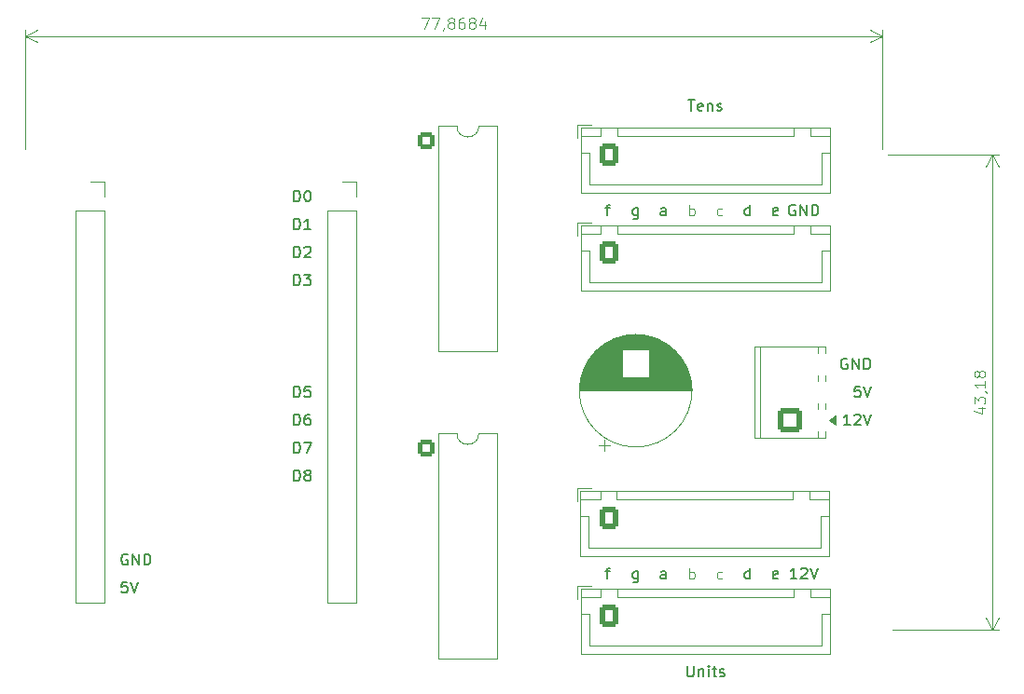
<source format=gto>
G04 #@! TF.GenerationSoftware,KiCad,Pcbnew,9.0.1*
G04 #@! TF.CreationDate,2025-05-08T00:01:32-03:00*
G04 #@! TF.ProjectId,Controlador,436f6e74-726f-46c6-9164-6f722e6b6963,rev?*
G04 #@! TF.SameCoordinates,Original*
G04 #@! TF.FileFunction,Legend,Top*
G04 #@! TF.FilePolarity,Positive*
%FSLAX46Y46*%
G04 Gerber Fmt 4.6, Leading zero omitted, Abs format (unit mm)*
G04 Created by KiCad (PCBNEW 9.0.1) date 2025-05-08 00:01:32*
%MOMM*%
%LPD*%
G01*
G04 APERTURE LIST*
G04 Aperture macros list*
%AMRoundRect*
0 Rectangle with rounded corners*
0 $1 Rounding radius*
0 $2 $3 $4 $5 $6 $7 $8 $9 X,Y pos of 4 corners*
0 Add a 4 corners polygon primitive as box body*
4,1,4,$2,$3,$4,$5,$6,$7,$8,$9,$2,$3,0*
0 Add four circle primitives for the rounded corners*
1,1,$1+$1,$2,$3*
1,1,$1+$1,$4,$5*
1,1,$1+$1,$6,$7*
1,1,$1+$1,$8,$9*
0 Add four rect primitives between the rounded corners*
20,1,$1+$1,$2,$3,$4,$5,0*
20,1,$1+$1,$4,$5,$6,$7,0*
20,1,$1+$1,$6,$7,$8,$9,0*
20,1,$1+$1,$8,$9,$2,$3,0*%
G04 Aperture macros list end*
%ADD10C,0.150000*%
%ADD11C,0.125000*%
%ADD12C,0.100000*%
%ADD13C,0.120000*%
%ADD14C,3.000000*%
%ADD15RoundRect,0.250000X-0.600000X-0.725000X0.600000X-0.725000X0.600000X0.725000X-0.600000X0.725000X0*%
%ADD16O,1.700000X1.950000*%
%ADD17C,1.100000*%
%ADD18RoundRect,0.249999X0.850001X-0.850001X0.850001X0.850001X-0.850001X0.850001X-0.850001X-0.850001X0*%
%ADD19C,2.200000*%
%ADD20R,2.000000X2.000000*%
%ADD21C,2.000000*%
%ADD22R,1.700000X1.700000*%
%ADD23C,1.700000*%
%ADD24RoundRect,0.250000X-0.550000X-0.550000X0.550000X-0.550000X0.550000X0.550000X-0.550000X0.550000X0*%
%ADD25C,1.600000*%
G04 APERTURE END LIST*
D10*
X28800588Y-61732438D02*
X28705350Y-61684819D01*
X28705350Y-61684819D02*
X28562493Y-61684819D01*
X28562493Y-61684819D02*
X28419636Y-61732438D01*
X28419636Y-61732438D02*
X28324398Y-61827676D01*
X28324398Y-61827676D02*
X28276779Y-61922914D01*
X28276779Y-61922914D02*
X28229160Y-62113390D01*
X28229160Y-62113390D02*
X28229160Y-62256247D01*
X28229160Y-62256247D02*
X28276779Y-62446723D01*
X28276779Y-62446723D02*
X28324398Y-62541961D01*
X28324398Y-62541961D02*
X28419636Y-62637200D01*
X28419636Y-62637200D02*
X28562493Y-62684819D01*
X28562493Y-62684819D02*
X28657731Y-62684819D01*
X28657731Y-62684819D02*
X28800588Y-62637200D01*
X28800588Y-62637200D02*
X28848207Y-62589580D01*
X28848207Y-62589580D02*
X28848207Y-62256247D01*
X28848207Y-62256247D02*
X28657731Y-62256247D01*
X29276779Y-62684819D02*
X29276779Y-61684819D01*
X29276779Y-61684819D02*
X29848207Y-62684819D01*
X29848207Y-62684819D02*
X29848207Y-61684819D01*
X30324398Y-62684819D02*
X30324398Y-61684819D01*
X30324398Y-61684819D02*
X30562493Y-61684819D01*
X30562493Y-61684819D02*
X30705350Y-61732438D01*
X30705350Y-61732438D02*
X30800588Y-61827676D01*
X30800588Y-61827676D02*
X30848207Y-61922914D01*
X30848207Y-61922914D02*
X30895826Y-62113390D01*
X30895826Y-62113390D02*
X30895826Y-62256247D01*
X30895826Y-62256247D02*
X30848207Y-62446723D01*
X30848207Y-62446723D02*
X30800588Y-62541961D01*
X30800588Y-62541961D02*
X30705350Y-62637200D01*
X30705350Y-62637200D02*
X30562493Y-62684819D01*
X30562493Y-62684819D02*
X30324398Y-62684819D01*
X94421315Y-49984819D02*
X93849887Y-49984819D01*
X94135601Y-49984819D02*
X94135601Y-48984819D01*
X94135601Y-48984819D02*
X94040363Y-49127676D01*
X94040363Y-49127676D02*
X93945125Y-49222914D01*
X93945125Y-49222914D02*
X93849887Y-49270533D01*
X94802268Y-49080057D02*
X94849887Y-49032438D01*
X94849887Y-49032438D02*
X94945125Y-48984819D01*
X94945125Y-48984819D02*
X95183220Y-48984819D01*
X95183220Y-48984819D02*
X95278458Y-49032438D01*
X95278458Y-49032438D02*
X95326077Y-49080057D01*
X95326077Y-49080057D02*
X95373696Y-49175295D01*
X95373696Y-49175295D02*
X95373696Y-49270533D01*
X95373696Y-49270533D02*
X95326077Y-49413390D01*
X95326077Y-49413390D02*
X94754649Y-49984819D01*
X94754649Y-49984819D02*
X95373696Y-49984819D01*
X95659411Y-48984819D02*
X95992744Y-49984819D01*
X95992744Y-49984819D02*
X96326077Y-48984819D01*
D11*
X79795714Y-63956119D02*
X79795714Y-62956119D01*
X79795714Y-63337071D02*
X79890952Y-63289452D01*
X79890952Y-63289452D02*
X80081428Y-63289452D01*
X80081428Y-63289452D02*
X80176666Y-63337071D01*
X80176666Y-63337071D02*
X80224285Y-63384690D01*
X80224285Y-63384690D02*
X80271904Y-63479928D01*
X80271904Y-63479928D02*
X80271904Y-63765642D01*
X80271904Y-63765642D02*
X80224285Y-63860880D01*
X80224285Y-63860880D02*
X80176666Y-63908500D01*
X80176666Y-63908500D02*
X80081428Y-63956119D01*
X80081428Y-63956119D02*
X79890952Y-63956119D01*
X79890952Y-63956119D02*
X79795714Y-63908500D01*
D10*
X28752969Y-64224819D02*
X28276779Y-64224819D01*
X28276779Y-64224819D02*
X28229160Y-64701009D01*
X28229160Y-64701009D02*
X28276779Y-64653390D01*
X28276779Y-64653390D02*
X28372017Y-64605771D01*
X28372017Y-64605771D02*
X28610112Y-64605771D01*
X28610112Y-64605771D02*
X28705350Y-64653390D01*
X28705350Y-64653390D02*
X28752969Y-64701009D01*
X28752969Y-64701009D02*
X28800588Y-64796247D01*
X28800588Y-64796247D02*
X28800588Y-65034342D01*
X28800588Y-65034342D02*
X28752969Y-65129580D01*
X28752969Y-65129580D02*
X28705350Y-65177200D01*
X28705350Y-65177200D02*
X28610112Y-65224819D01*
X28610112Y-65224819D02*
X28372017Y-65224819D01*
X28372017Y-65224819D02*
X28276779Y-65177200D01*
X28276779Y-65177200D02*
X28229160Y-65129580D01*
X29086303Y-64224819D02*
X29419636Y-65224819D01*
X29419636Y-65224819D02*
X29752969Y-64224819D01*
X87820476Y-63907200D02*
X87725238Y-63954819D01*
X87725238Y-63954819D02*
X87534762Y-63954819D01*
X87534762Y-63954819D02*
X87439524Y-63907200D01*
X87439524Y-63907200D02*
X87391905Y-63811961D01*
X87391905Y-63811961D02*
X87391905Y-63431009D01*
X87391905Y-63431009D02*
X87439524Y-63335771D01*
X87439524Y-63335771D02*
X87534762Y-63288152D01*
X87534762Y-63288152D02*
X87725238Y-63288152D01*
X87725238Y-63288152D02*
X87820476Y-63335771D01*
X87820476Y-63335771D02*
X87868095Y-63431009D01*
X87868095Y-63431009D02*
X87868095Y-63526247D01*
X87868095Y-63526247D02*
X87391905Y-63621485D01*
X89408095Y-29982438D02*
X89312857Y-29934819D01*
X89312857Y-29934819D02*
X89170000Y-29934819D01*
X89170000Y-29934819D02*
X89027143Y-29982438D01*
X89027143Y-29982438D02*
X88931905Y-30077676D01*
X88931905Y-30077676D02*
X88884286Y-30172914D01*
X88884286Y-30172914D02*
X88836667Y-30363390D01*
X88836667Y-30363390D02*
X88836667Y-30506247D01*
X88836667Y-30506247D02*
X88884286Y-30696723D01*
X88884286Y-30696723D02*
X88931905Y-30791961D01*
X88931905Y-30791961D02*
X89027143Y-30887200D01*
X89027143Y-30887200D02*
X89170000Y-30934819D01*
X89170000Y-30934819D02*
X89265238Y-30934819D01*
X89265238Y-30934819D02*
X89408095Y-30887200D01*
X89408095Y-30887200D02*
X89455714Y-30839580D01*
X89455714Y-30839580D02*
X89455714Y-30506247D01*
X89455714Y-30506247D02*
X89265238Y-30506247D01*
X89884286Y-30934819D02*
X89884286Y-29934819D01*
X89884286Y-29934819D02*
X90455714Y-30934819D01*
X90455714Y-30934819D02*
X90455714Y-29934819D01*
X90931905Y-30934819D02*
X90931905Y-29934819D01*
X90931905Y-29934819D02*
X91170000Y-29934819D01*
X91170000Y-29934819D02*
X91312857Y-29982438D01*
X91312857Y-29982438D02*
X91408095Y-30077676D01*
X91408095Y-30077676D02*
X91455714Y-30172914D01*
X91455714Y-30172914D02*
X91503333Y-30363390D01*
X91503333Y-30363390D02*
X91503333Y-30506247D01*
X91503333Y-30506247D02*
X91455714Y-30696723D01*
X91455714Y-30696723D02*
X91408095Y-30791961D01*
X91408095Y-30791961D02*
X91312857Y-30887200D01*
X91312857Y-30887200D02*
X91170000Y-30934819D01*
X91170000Y-30934819D02*
X90931905Y-30934819D01*
X79708571Y-20409819D02*
X80279999Y-20409819D01*
X79994285Y-21409819D02*
X79994285Y-20409819D01*
X80994285Y-21362200D02*
X80899047Y-21409819D01*
X80899047Y-21409819D02*
X80708571Y-21409819D01*
X80708571Y-21409819D02*
X80613333Y-21362200D01*
X80613333Y-21362200D02*
X80565714Y-21266961D01*
X80565714Y-21266961D02*
X80565714Y-20886009D01*
X80565714Y-20886009D02*
X80613333Y-20790771D01*
X80613333Y-20790771D02*
X80708571Y-20743152D01*
X80708571Y-20743152D02*
X80899047Y-20743152D01*
X80899047Y-20743152D02*
X80994285Y-20790771D01*
X80994285Y-20790771D02*
X81041904Y-20886009D01*
X81041904Y-20886009D02*
X81041904Y-20981247D01*
X81041904Y-20981247D02*
X80565714Y-21076485D01*
X81470476Y-20743152D02*
X81470476Y-21409819D01*
X81470476Y-20838390D02*
X81518095Y-20790771D01*
X81518095Y-20790771D02*
X81613333Y-20743152D01*
X81613333Y-20743152D02*
X81756190Y-20743152D01*
X81756190Y-20743152D02*
X81851428Y-20790771D01*
X81851428Y-20790771D02*
X81899047Y-20886009D01*
X81899047Y-20886009D02*
X81899047Y-21409819D01*
X82327619Y-21362200D02*
X82422857Y-21409819D01*
X82422857Y-21409819D02*
X82613333Y-21409819D01*
X82613333Y-21409819D02*
X82708571Y-21362200D01*
X82708571Y-21362200D02*
X82756190Y-21266961D01*
X82756190Y-21266961D02*
X82756190Y-21219342D01*
X82756190Y-21219342D02*
X82708571Y-21124104D01*
X82708571Y-21124104D02*
X82613333Y-21076485D01*
X82613333Y-21076485D02*
X82470476Y-21076485D01*
X82470476Y-21076485D02*
X82375238Y-21028866D01*
X82375238Y-21028866D02*
X82327619Y-20933628D01*
X82327619Y-20933628D02*
X82327619Y-20886009D01*
X82327619Y-20886009D02*
X82375238Y-20790771D01*
X82375238Y-20790771D02*
X82470476Y-20743152D01*
X82470476Y-20743152D02*
X82613333Y-20743152D01*
X82613333Y-20743152D02*
X82708571Y-20790771D01*
X85304285Y-30934819D02*
X85304285Y-29934819D01*
X85304285Y-30887200D02*
X85209047Y-30934819D01*
X85209047Y-30934819D02*
X85018571Y-30934819D01*
X85018571Y-30934819D02*
X84923333Y-30887200D01*
X84923333Y-30887200D02*
X84875714Y-30839580D01*
X84875714Y-30839580D02*
X84828095Y-30744342D01*
X84828095Y-30744342D02*
X84828095Y-30458628D01*
X84828095Y-30458628D02*
X84875714Y-30363390D01*
X84875714Y-30363390D02*
X84923333Y-30315771D01*
X84923333Y-30315771D02*
X85018571Y-30268152D01*
X85018571Y-30268152D02*
X85209047Y-30268152D01*
X85209047Y-30268152D02*
X85304285Y-30315771D01*
X43907030Y-34744819D02*
X43907030Y-33744819D01*
X43907030Y-33744819D02*
X44145125Y-33744819D01*
X44145125Y-33744819D02*
X44287982Y-33792438D01*
X44287982Y-33792438D02*
X44383220Y-33887676D01*
X44383220Y-33887676D02*
X44430839Y-33982914D01*
X44430839Y-33982914D02*
X44478458Y-34173390D01*
X44478458Y-34173390D02*
X44478458Y-34316247D01*
X44478458Y-34316247D02*
X44430839Y-34506723D01*
X44430839Y-34506723D02*
X44383220Y-34601961D01*
X44383220Y-34601961D02*
X44287982Y-34697200D01*
X44287982Y-34697200D02*
X44145125Y-34744819D01*
X44145125Y-34744819D02*
X43907030Y-34744819D01*
X44859411Y-33840057D02*
X44907030Y-33792438D01*
X44907030Y-33792438D02*
X45002268Y-33744819D01*
X45002268Y-33744819D02*
X45240363Y-33744819D01*
X45240363Y-33744819D02*
X45335601Y-33792438D01*
X45335601Y-33792438D02*
X45383220Y-33840057D01*
X45383220Y-33840057D02*
X45430839Y-33935295D01*
X45430839Y-33935295D02*
X45430839Y-34030533D01*
X45430839Y-34030533D02*
X45383220Y-34173390D01*
X45383220Y-34173390D02*
X44811792Y-34744819D01*
X44811792Y-34744819D02*
X45430839Y-34744819D01*
X85304285Y-63954819D02*
X85304285Y-62954819D01*
X85304285Y-63907200D02*
X85209047Y-63954819D01*
X85209047Y-63954819D02*
X85018571Y-63954819D01*
X85018571Y-63954819D02*
X84923333Y-63907200D01*
X84923333Y-63907200D02*
X84875714Y-63859580D01*
X84875714Y-63859580D02*
X84828095Y-63764342D01*
X84828095Y-63764342D02*
X84828095Y-63478628D01*
X84828095Y-63478628D02*
X84875714Y-63383390D01*
X84875714Y-63383390D02*
X84923333Y-63335771D01*
X84923333Y-63335771D02*
X85018571Y-63288152D01*
X85018571Y-63288152D02*
X85209047Y-63288152D01*
X85209047Y-63288152D02*
X85304285Y-63335771D01*
D11*
X82788095Y-63908500D02*
X82692857Y-63956119D01*
X82692857Y-63956119D02*
X82502381Y-63956119D01*
X82502381Y-63956119D02*
X82407143Y-63908500D01*
X82407143Y-63908500D02*
X82359524Y-63860880D01*
X82359524Y-63860880D02*
X82311905Y-63765642D01*
X82311905Y-63765642D02*
X82311905Y-63479928D01*
X82311905Y-63479928D02*
X82359524Y-63384690D01*
X82359524Y-63384690D02*
X82407143Y-63337071D01*
X82407143Y-63337071D02*
X82502381Y-63289452D01*
X82502381Y-63289452D02*
X82692857Y-63289452D01*
X82692857Y-63289452D02*
X82788095Y-63337071D01*
D10*
X43907030Y-32204819D02*
X43907030Y-31204819D01*
X43907030Y-31204819D02*
X44145125Y-31204819D01*
X44145125Y-31204819D02*
X44287982Y-31252438D01*
X44287982Y-31252438D02*
X44383220Y-31347676D01*
X44383220Y-31347676D02*
X44430839Y-31442914D01*
X44430839Y-31442914D02*
X44478458Y-31633390D01*
X44478458Y-31633390D02*
X44478458Y-31776247D01*
X44478458Y-31776247D02*
X44430839Y-31966723D01*
X44430839Y-31966723D02*
X44383220Y-32061961D01*
X44383220Y-32061961D02*
X44287982Y-32157200D01*
X44287982Y-32157200D02*
X44145125Y-32204819D01*
X44145125Y-32204819D02*
X43907030Y-32204819D01*
X45430839Y-32204819D02*
X44859411Y-32204819D01*
X45145125Y-32204819D02*
X45145125Y-31204819D01*
X45145125Y-31204819D02*
X45049887Y-31347676D01*
X45049887Y-31347676D02*
X44954649Y-31442914D01*
X44954649Y-31442914D02*
X44859411Y-31490533D01*
X43907030Y-47444819D02*
X43907030Y-46444819D01*
X43907030Y-46444819D02*
X44145125Y-46444819D01*
X44145125Y-46444819D02*
X44287982Y-46492438D01*
X44287982Y-46492438D02*
X44383220Y-46587676D01*
X44383220Y-46587676D02*
X44430839Y-46682914D01*
X44430839Y-46682914D02*
X44478458Y-46873390D01*
X44478458Y-46873390D02*
X44478458Y-47016247D01*
X44478458Y-47016247D02*
X44430839Y-47206723D01*
X44430839Y-47206723D02*
X44383220Y-47301961D01*
X44383220Y-47301961D02*
X44287982Y-47397200D01*
X44287982Y-47397200D02*
X44145125Y-47444819D01*
X44145125Y-47444819D02*
X43907030Y-47444819D01*
X45383220Y-46444819D02*
X44907030Y-46444819D01*
X44907030Y-46444819D02*
X44859411Y-46921009D01*
X44859411Y-46921009D02*
X44907030Y-46873390D01*
X44907030Y-46873390D02*
X45002268Y-46825771D01*
X45002268Y-46825771D02*
X45240363Y-46825771D01*
X45240363Y-46825771D02*
X45335601Y-46873390D01*
X45335601Y-46873390D02*
X45383220Y-46921009D01*
X45383220Y-46921009D02*
X45430839Y-47016247D01*
X45430839Y-47016247D02*
X45430839Y-47254342D01*
X45430839Y-47254342D02*
X45383220Y-47349580D01*
X45383220Y-47349580D02*
X45335601Y-47397200D01*
X45335601Y-47397200D02*
X45240363Y-47444819D01*
X45240363Y-47444819D02*
X45002268Y-47444819D01*
X45002268Y-47444819D02*
X44907030Y-47397200D01*
X44907030Y-47397200D02*
X44859411Y-47349580D01*
X75144285Y-63288152D02*
X75144285Y-64097676D01*
X75144285Y-64097676D02*
X75096666Y-64192914D01*
X75096666Y-64192914D02*
X75049047Y-64240533D01*
X75049047Y-64240533D02*
X74953809Y-64288152D01*
X74953809Y-64288152D02*
X74810952Y-64288152D01*
X74810952Y-64288152D02*
X74715714Y-64240533D01*
X75144285Y-63907200D02*
X75049047Y-63954819D01*
X75049047Y-63954819D02*
X74858571Y-63954819D01*
X74858571Y-63954819D02*
X74763333Y-63907200D01*
X74763333Y-63907200D02*
X74715714Y-63859580D01*
X74715714Y-63859580D02*
X74668095Y-63764342D01*
X74668095Y-63764342D02*
X74668095Y-63478628D01*
X74668095Y-63478628D02*
X74715714Y-63383390D01*
X74715714Y-63383390D02*
X74763333Y-63335771D01*
X74763333Y-63335771D02*
X74858571Y-63288152D01*
X74858571Y-63288152D02*
X75049047Y-63288152D01*
X75049047Y-63288152D02*
X75144285Y-63335771D01*
X72199524Y-63288152D02*
X72580476Y-63288152D01*
X72342381Y-63954819D02*
X72342381Y-63097676D01*
X72342381Y-63097676D02*
X72390000Y-63002438D01*
X72390000Y-63002438D02*
X72485238Y-62954819D01*
X72485238Y-62954819D02*
X72580476Y-62954819D01*
D11*
X79795714Y-30936119D02*
X79795714Y-29936119D01*
X79795714Y-30317071D02*
X79890952Y-30269452D01*
X79890952Y-30269452D02*
X80081428Y-30269452D01*
X80081428Y-30269452D02*
X80176666Y-30317071D01*
X80176666Y-30317071D02*
X80224285Y-30364690D01*
X80224285Y-30364690D02*
X80271904Y-30459928D01*
X80271904Y-30459928D02*
X80271904Y-30745642D01*
X80271904Y-30745642D02*
X80224285Y-30840880D01*
X80224285Y-30840880D02*
X80176666Y-30888500D01*
X80176666Y-30888500D02*
X80081428Y-30936119D01*
X80081428Y-30936119D02*
X79890952Y-30936119D01*
X79890952Y-30936119D02*
X79795714Y-30888500D01*
D10*
X43907030Y-49984819D02*
X43907030Y-48984819D01*
X43907030Y-48984819D02*
X44145125Y-48984819D01*
X44145125Y-48984819D02*
X44287982Y-49032438D01*
X44287982Y-49032438D02*
X44383220Y-49127676D01*
X44383220Y-49127676D02*
X44430839Y-49222914D01*
X44430839Y-49222914D02*
X44478458Y-49413390D01*
X44478458Y-49413390D02*
X44478458Y-49556247D01*
X44478458Y-49556247D02*
X44430839Y-49746723D01*
X44430839Y-49746723D02*
X44383220Y-49841961D01*
X44383220Y-49841961D02*
X44287982Y-49937200D01*
X44287982Y-49937200D02*
X44145125Y-49984819D01*
X44145125Y-49984819D02*
X43907030Y-49984819D01*
X45335601Y-48984819D02*
X45145125Y-48984819D01*
X45145125Y-48984819D02*
X45049887Y-49032438D01*
X45049887Y-49032438D02*
X45002268Y-49080057D01*
X45002268Y-49080057D02*
X44907030Y-49222914D01*
X44907030Y-49222914D02*
X44859411Y-49413390D01*
X44859411Y-49413390D02*
X44859411Y-49794342D01*
X44859411Y-49794342D02*
X44907030Y-49889580D01*
X44907030Y-49889580D02*
X44954649Y-49937200D01*
X44954649Y-49937200D02*
X45049887Y-49984819D01*
X45049887Y-49984819D02*
X45240363Y-49984819D01*
X45240363Y-49984819D02*
X45335601Y-49937200D01*
X45335601Y-49937200D02*
X45383220Y-49889580D01*
X45383220Y-49889580D02*
X45430839Y-49794342D01*
X45430839Y-49794342D02*
X45430839Y-49556247D01*
X45430839Y-49556247D02*
X45383220Y-49461009D01*
X45383220Y-49461009D02*
X45335601Y-49413390D01*
X45335601Y-49413390D02*
X45240363Y-49365771D01*
X45240363Y-49365771D02*
X45049887Y-49365771D01*
X45049887Y-49365771D02*
X44954649Y-49413390D01*
X44954649Y-49413390D02*
X44907030Y-49461009D01*
X44907030Y-49461009D02*
X44859411Y-49556247D01*
X43907030Y-29664819D02*
X43907030Y-28664819D01*
X43907030Y-28664819D02*
X44145125Y-28664819D01*
X44145125Y-28664819D02*
X44287982Y-28712438D01*
X44287982Y-28712438D02*
X44383220Y-28807676D01*
X44383220Y-28807676D02*
X44430839Y-28902914D01*
X44430839Y-28902914D02*
X44478458Y-29093390D01*
X44478458Y-29093390D02*
X44478458Y-29236247D01*
X44478458Y-29236247D02*
X44430839Y-29426723D01*
X44430839Y-29426723D02*
X44383220Y-29521961D01*
X44383220Y-29521961D02*
X44287982Y-29617200D01*
X44287982Y-29617200D02*
X44145125Y-29664819D01*
X44145125Y-29664819D02*
X43907030Y-29664819D01*
X45097506Y-28664819D02*
X45192744Y-28664819D01*
X45192744Y-28664819D02*
X45287982Y-28712438D01*
X45287982Y-28712438D02*
X45335601Y-28760057D01*
X45335601Y-28760057D02*
X45383220Y-28855295D01*
X45383220Y-28855295D02*
X45430839Y-29045771D01*
X45430839Y-29045771D02*
X45430839Y-29283866D01*
X45430839Y-29283866D02*
X45383220Y-29474342D01*
X45383220Y-29474342D02*
X45335601Y-29569580D01*
X45335601Y-29569580D02*
X45287982Y-29617200D01*
X45287982Y-29617200D02*
X45192744Y-29664819D01*
X45192744Y-29664819D02*
X45097506Y-29664819D01*
X45097506Y-29664819D02*
X45002268Y-29617200D01*
X45002268Y-29617200D02*
X44954649Y-29569580D01*
X44954649Y-29569580D02*
X44907030Y-29474342D01*
X44907030Y-29474342D02*
X44859411Y-29283866D01*
X44859411Y-29283866D02*
X44859411Y-29045771D01*
X44859411Y-29045771D02*
X44907030Y-28855295D01*
X44907030Y-28855295D02*
X44954649Y-28760057D01*
X44954649Y-28760057D02*
X45002268Y-28712438D01*
X45002268Y-28712438D02*
X45097506Y-28664819D01*
X89550952Y-63954819D02*
X88979524Y-63954819D01*
X89265238Y-63954819D02*
X89265238Y-62954819D01*
X89265238Y-62954819D02*
X89170000Y-63097676D01*
X89170000Y-63097676D02*
X89074762Y-63192914D01*
X89074762Y-63192914D02*
X88979524Y-63240533D01*
X89931905Y-63050057D02*
X89979524Y-63002438D01*
X89979524Y-63002438D02*
X90074762Y-62954819D01*
X90074762Y-62954819D02*
X90312857Y-62954819D01*
X90312857Y-62954819D02*
X90408095Y-63002438D01*
X90408095Y-63002438D02*
X90455714Y-63050057D01*
X90455714Y-63050057D02*
X90503333Y-63145295D01*
X90503333Y-63145295D02*
X90503333Y-63240533D01*
X90503333Y-63240533D02*
X90455714Y-63383390D01*
X90455714Y-63383390D02*
X89884286Y-63954819D01*
X89884286Y-63954819D02*
X90503333Y-63954819D01*
X90789048Y-62954819D02*
X91122381Y-63954819D01*
X91122381Y-63954819D02*
X91455714Y-62954819D01*
X95326077Y-46444819D02*
X94849887Y-46444819D01*
X94849887Y-46444819D02*
X94802268Y-46921009D01*
X94802268Y-46921009D02*
X94849887Y-46873390D01*
X94849887Y-46873390D02*
X94945125Y-46825771D01*
X94945125Y-46825771D02*
X95183220Y-46825771D01*
X95183220Y-46825771D02*
X95278458Y-46873390D01*
X95278458Y-46873390D02*
X95326077Y-46921009D01*
X95326077Y-46921009D02*
X95373696Y-47016247D01*
X95373696Y-47016247D02*
X95373696Y-47254342D01*
X95373696Y-47254342D02*
X95326077Y-47349580D01*
X95326077Y-47349580D02*
X95278458Y-47397200D01*
X95278458Y-47397200D02*
X95183220Y-47444819D01*
X95183220Y-47444819D02*
X94945125Y-47444819D01*
X94945125Y-47444819D02*
X94849887Y-47397200D01*
X94849887Y-47397200D02*
X94802268Y-47349580D01*
X95659411Y-46444819D02*
X95992744Y-47444819D01*
X95992744Y-47444819D02*
X96326077Y-46444819D01*
X75144285Y-30268152D02*
X75144285Y-31077676D01*
X75144285Y-31077676D02*
X75096666Y-31172914D01*
X75096666Y-31172914D02*
X75049047Y-31220533D01*
X75049047Y-31220533D02*
X74953809Y-31268152D01*
X74953809Y-31268152D02*
X74810952Y-31268152D01*
X74810952Y-31268152D02*
X74715714Y-31220533D01*
X75144285Y-30887200D02*
X75049047Y-30934819D01*
X75049047Y-30934819D02*
X74858571Y-30934819D01*
X74858571Y-30934819D02*
X74763333Y-30887200D01*
X74763333Y-30887200D02*
X74715714Y-30839580D01*
X74715714Y-30839580D02*
X74668095Y-30744342D01*
X74668095Y-30744342D02*
X74668095Y-30458628D01*
X74668095Y-30458628D02*
X74715714Y-30363390D01*
X74715714Y-30363390D02*
X74763333Y-30315771D01*
X74763333Y-30315771D02*
X74858571Y-30268152D01*
X74858571Y-30268152D02*
X75049047Y-30268152D01*
X75049047Y-30268152D02*
X75144285Y-30315771D01*
X43907030Y-37284819D02*
X43907030Y-36284819D01*
X43907030Y-36284819D02*
X44145125Y-36284819D01*
X44145125Y-36284819D02*
X44287982Y-36332438D01*
X44287982Y-36332438D02*
X44383220Y-36427676D01*
X44383220Y-36427676D02*
X44430839Y-36522914D01*
X44430839Y-36522914D02*
X44478458Y-36713390D01*
X44478458Y-36713390D02*
X44478458Y-36856247D01*
X44478458Y-36856247D02*
X44430839Y-37046723D01*
X44430839Y-37046723D02*
X44383220Y-37141961D01*
X44383220Y-37141961D02*
X44287982Y-37237200D01*
X44287982Y-37237200D02*
X44145125Y-37284819D01*
X44145125Y-37284819D02*
X43907030Y-37284819D01*
X44811792Y-36284819D02*
X45430839Y-36284819D01*
X45430839Y-36284819D02*
X45097506Y-36665771D01*
X45097506Y-36665771D02*
X45240363Y-36665771D01*
X45240363Y-36665771D02*
X45335601Y-36713390D01*
X45335601Y-36713390D02*
X45383220Y-36761009D01*
X45383220Y-36761009D02*
X45430839Y-36856247D01*
X45430839Y-36856247D02*
X45430839Y-37094342D01*
X45430839Y-37094342D02*
X45383220Y-37189580D01*
X45383220Y-37189580D02*
X45335601Y-37237200D01*
X45335601Y-37237200D02*
X45240363Y-37284819D01*
X45240363Y-37284819D02*
X44954649Y-37284819D01*
X44954649Y-37284819D02*
X44859411Y-37237200D01*
X44859411Y-37237200D02*
X44811792Y-37189580D01*
X94135601Y-43952438D02*
X94040363Y-43904819D01*
X94040363Y-43904819D02*
X93897506Y-43904819D01*
X93897506Y-43904819D02*
X93754649Y-43952438D01*
X93754649Y-43952438D02*
X93659411Y-44047676D01*
X93659411Y-44047676D02*
X93611792Y-44142914D01*
X93611792Y-44142914D02*
X93564173Y-44333390D01*
X93564173Y-44333390D02*
X93564173Y-44476247D01*
X93564173Y-44476247D02*
X93611792Y-44666723D01*
X93611792Y-44666723D02*
X93659411Y-44761961D01*
X93659411Y-44761961D02*
X93754649Y-44857200D01*
X93754649Y-44857200D02*
X93897506Y-44904819D01*
X93897506Y-44904819D02*
X93992744Y-44904819D01*
X93992744Y-44904819D02*
X94135601Y-44857200D01*
X94135601Y-44857200D02*
X94183220Y-44809580D01*
X94183220Y-44809580D02*
X94183220Y-44476247D01*
X94183220Y-44476247D02*
X93992744Y-44476247D01*
X94611792Y-44904819D02*
X94611792Y-43904819D01*
X94611792Y-43904819D02*
X95183220Y-44904819D01*
X95183220Y-44904819D02*
X95183220Y-43904819D01*
X95659411Y-44904819D02*
X95659411Y-43904819D01*
X95659411Y-43904819D02*
X95897506Y-43904819D01*
X95897506Y-43904819D02*
X96040363Y-43952438D01*
X96040363Y-43952438D02*
X96135601Y-44047676D01*
X96135601Y-44047676D02*
X96183220Y-44142914D01*
X96183220Y-44142914D02*
X96230839Y-44333390D01*
X96230839Y-44333390D02*
X96230839Y-44476247D01*
X96230839Y-44476247D02*
X96183220Y-44666723D01*
X96183220Y-44666723D02*
X96135601Y-44761961D01*
X96135601Y-44761961D02*
X96040363Y-44857200D01*
X96040363Y-44857200D02*
X95897506Y-44904819D01*
X95897506Y-44904819D02*
X95659411Y-44904819D01*
X43907030Y-52524819D02*
X43907030Y-51524819D01*
X43907030Y-51524819D02*
X44145125Y-51524819D01*
X44145125Y-51524819D02*
X44287982Y-51572438D01*
X44287982Y-51572438D02*
X44383220Y-51667676D01*
X44383220Y-51667676D02*
X44430839Y-51762914D01*
X44430839Y-51762914D02*
X44478458Y-51953390D01*
X44478458Y-51953390D02*
X44478458Y-52096247D01*
X44478458Y-52096247D02*
X44430839Y-52286723D01*
X44430839Y-52286723D02*
X44383220Y-52381961D01*
X44383220Y-52381961D02*
X44287982Y-52477200D01*
X44287982Y-52477200D02*
X44145125Y-52524819D01*
X44145125Y-52524819D02*
X43907030Y-52524819D01*
X44811792Y-51524819D02*
X45478458Y-51524819D01*
X45478458Y-51524819D02*
X45049887Y-52524819D01*
X87820476Y-30887200D02*
X87725238Y-30934819D01*
X87725238Y-30934819D02*
X87534762Y-30934819D01*
X87534762Y-30934819D02*
X87439524Y-30887200D01*
X87439524Y-30887200D02*
X87391905Y-30791961D01*
X87391905Y-30791961D02*
X87391905Y-30411009D01*
X87391905Y-30411009D02*
X87439524Y-30315771D01*
X87439524Y-30315771D02*
X87534762Y-30268152D01*
X87534762Y-30268152D02*
X87725238Y-30268152D01*
X87725238Y-30268152D02*
X87820476Y-30315771D01*
X87820476Y-30315771D02*
X87868095Y-30411009D01*
X87868095Y-30411009D02*
X87868095Y-30506247D01*
X87868095Y-30506247D02*
X87391905Y-30601485D01*
X77684285Y-63954819D02*
X77684285Y-63431009D01*
X77684285Y-63431009D02*
X77636666Y-63335771D01*
X77636666Y-63335771D02*
X77541428Y-63288152D01*
X77541428Y-63288152D02*
X77350952Y-63288152D01*
X77350952Y-63288152D02*
X77255714Y-63335771D01*
X77684285Y-63907200D02*
X77589047Y-63954819D01*
X77589047Y-63954819D02*
X77350952Y-63954819D01*
X77350952Y-63954819D02*
X77255714Y-63907200D01*
X77255714Y-63907200D02*
X77208095Y-63811961D01*
X77208095Y-63811961D02*
X77208095Y-63716723D01*
X77208095Y-63716723D02*
X77255714Y-63621485D01*
X77255714Y-63621485D02*
X77350952Y-63573866D01*
X77350952Y-63573866D02*
X77589047Y-63573866D01*
X77589047Y-63573866D02*
X77684285Y-63526247D01*
X77684285Y-30934819D02*
X77684285Y-30411009D01*
X77684285Y-30411009D02*
X77636666Y-30315771D01*
X77636666Y-30315771D02*
X77541428Y-30268152D01*
X77541428Y-30268152D02*
X77350952Y-30268152D01*
X77350952Y-30268152D02*
X77255714Y-30315771D01*
X77684285Y-30887200D02*
X77589047Y-30934819D01*
X77589047Y-30934819D02*
X77350952Y-30934819D01*
X77350952Y-30934819D02*
X77255714Y-30887200D01*
X77255714Y-30887200D02*
X77208095Y-30791961D01*
X77208095Y-30791961D02*
X77208095Y-30696723D01*
X77208095Y-30696723D02*
X77255714Y-30601485D01*
X77255714Y-30601485D02*
X77350952Y-30553866D01*
X77350952Y-30553866D02*
X77589047Y-30553866D01*
X77589047Y-30553866D02*
X77684285Y-30506247D01*
X72199524Y-30268152D02*
X72580476Y-30268152D01*
X72342381Y-30934819D02*
X72342381Y-30077676D01*
X72342381Y-30077676D02*
X72390000Y-29982438D01*
X72390000Y-29982438D02*
X72485238Y-29934819D01*
X72485238Y-29934819D02*
X72580476Y-29934819D01*
X43907030Y-55064819D02*
X43907030Y-54064819D01*
X43907030Y-54064819D02*
X44145125Y-54064819D01*
X44145125Y-54064819D02*
X44287982Y-54112438D01*
X44287982Y-54112438D02*
X44383220Y-54207676D01*
X44383220Y-54207676D02*
X44430839Y-54302914D01*
X44430839Y-54302914D02*
X44478458Y-54493390D01*
X44478458Y-54493390D02*
X44478458Y-54636247D01*
X44478458Y-54636247D02*
X44430839Y-54826723D01*
X44430839Y-54826723D02*
X44383220Y-54921961D01*
X44383220Y-54921961D02*
X44287982Y-55017200D01*
X44287982Y-55017200D02*
X44145125Y-55064819D01*
X44145125Y-55064819D02*
X43907030Y-55064819D01*
X45049887Y-54493390D02*
X44954649Y-54445771D01*
X44954649Y-54445771D02*
X44907030Y-54398152D01*
X44907030Y-54398152D02*
X44859411Y-54302914D01*
X44859411Y-54302914D02*
X44859411Y-54255295D01*
X44859411Y-54255295D02*
X44907030Y-54160057D01*
X44907030Y-54160057D02*
X44954649Y-54112438D01*
X44954649Y-54112438D02*
X45049887Y-54064819D01*
X45049887Y-54064819D02*
X45240363Y-54064819D01*
X45240363Y-54064819D02*
X45335601Y-54112438D01*
X45335601Y-54112438D02*
X45383220Y-54160057D01*
X45383220Y-54160057D02*
X45430839Y-54255295D01*
X45430839Y-54255295D02*
X45430839Y-54302914D01*
X45430839Y-54302914D02*
X45383220Y-54398152D01*
X45383220Y-54398152D02*
X45335601Y-54445771D01*
X45335601Y-54445771D02*
X45240363Y-54493390D01*
X45240363Y-54493390D02*
X45049887Y-54493390D01*
X45049887Y-54493390D02*
X44954649Y-54541009D01*
X44954649Y-54541009D02*
X44907030Y-54588628D01*
X44907030Y-54588628D02*
X44859411Y-54683866D01*
X44859411Y-54683866D02*
X44859411Y-54874342D01*
X44859411Y-54874342D02*
X44907030Y-54969580D01*
X44907030Y-54969580D02*
X44954649Y-55017200D01*
X44954649Y-55017200D02*
X45049887Y-55064819D01*
X45049887Y-55064819D02*
X45240363Y-55064819D01*
X45240363Y-55064819D02*
X45335601Y-55017200D01*
X45335601Y-55017200D02*
X45383220Y-54969580D01*
X45383220Y-54969580D02*
X45430839Y-54874342D01*
X45430839Y-54874342D02*
X45430839Y-54683866D01*
X45430839Y-54683866D02*
X45383220Y-54588628D01*
X45383220Y-54588628D02*
X45335601Y-54541009D01*
X45335601Y-54541009D02*
X45240363Y-54493390D01*
D11*
X82788095Y-30888500D02*
X82692857Y-30936119D01*
X82692857Y-30936119D02*
X82502381Y-30936119D01*
X82502381Y-30936119D02*
X82407143Y-30888500D01*
X82407143Y-30888500D02*
X82359524Y-30840880D01*
X82359524Y-30840880D02*
X82311905Y-30745642D01*
X82311905Y-30745642D02*
X82311905Y-30459928D01*
X82311905Y-30459928D02*
X82359524Y-30364690D01*
X82359524Y-30364690D02*
X82407143Y-30317071D01*
X82407143Y-30317071D02*
X82502381Y-30269452D01*
X82502381Y-30269452D02*
X82692857Y-30269452D01*
X82692857Y-30269452D02*
X82788095Y-30317071D01*
D12*
X106005752Y-48466190D02*
X106672419Y-48466190D01*
X105624800Y-48704285D02*
X106339085Y-48942380D01*
X106339085Y-48942380D02*
X106339085Y-48323333D01*
X105672419Y-48037618D02*
X105672419Y-47418571D01*
X105672419Y-47418571D02*
X106053371Y-47751904D01*
X106053371Y-47751904D02*
X106053371Y-47609047D01*
X106053371Y-47609047D02*
X106100990Y-47513809D01*
X106100990Y-47513809D02*
X106148609Y-47466190D01*
X106148609Y-47466190D02*
X106243847Y-47418571D01*
X106243847Y-47418571D02*
X106481942Y-47418571D01*
X106481942Y-47418571D02*
X106577180Y-47466190D01*
X106577180Y-47466190D02*
X106624800Y-47513809D01*
X106624800Y-47513809D02*
X106672419Y-47609047D01*
X106672419Y-47609047D02*
X106672419Y-47894761D01*
X106672419Y-47894761D02*
X106624800Y-47989999D01*
X106624800Y-47989999D02*
X106577180Y-48037618D01*
X106624800Y-46942380D02*
X106672419Y-46942380D01*
X106672419Y-46942380D02*
X106767657Y-46989999D01*
X106767657Y-46989999D02*
X106815276Y-47037618D01*
X106672419Y-45990000D02*
X106672419Y-46561428D01*
X106672419Y-46275714D02*
X105672419Y-46275714D01*
X105672419Y-46275714D02*
X105815276Y-46370952D01*
X105815276Y-46370952D02*
X105910514Y-46466190D01*
X105910514Y-46466190D02*
X105958133Y-46561428D01*
X106100990Y-45418571D02*
X106053371Y-45513809D01*
X106053371Y-45513809D02*
X106005752Y-45561428D01*
X106005752Y-45561428D02*
X105910514Y-45609047D01*
X105910514Y-45609047D02*
X105862895Y-45609047D01*
X105862895Y-45609047D02*
X105767657Y-45561428D01*
X105767657Y-45561428D02*
X105720038Y-45513809D01*
X105720038Y-45513809D02*
X105672419Y-45418571D01*
X105672419Y-45418571D02*
X105672419Y-45228095D01*
X105672419Y-45228095D02*
X105720038Y-45132857D01*
X105720038Y-45132857D02*
X105767657Y-45085238D01*
X105767657Y-45085238D02*
X105862895Y-45037619D01*
X105862895Y-45037619D02*
X105910514Y-45037619D01*
X105910514Y-45037619D02*
X106005752Y-45085238D01*
X106005752Y-45085238D02*
X106053371Y-45132857D01*
X106053371Y-45132857D02*
X106100990Y-45228095D01*
X106100990Y-45228095D02*
X106100990Y-45418571D01*
X106100990Y-45418571D02*
X106148609Y-45513809D01*
X106148609Y-45513809D02*
X106196228Y-45561428D01*
X106196228Y-45561428D02*
X106291466Y-45609047D01*
X106291466Y-45609047D02*
X106481942Y-45609047D01*
X106481942Y-45609047D02*
X106577180Y-45561428D01*
X106577180Y-45561428D02*
X106624800Y-45513809D01*
X106624800Y-45513809D02*
X106672419Y-45418571D01*
X106672419Y-45418571D02*
X106672419Y-45228095D01*
X106672419Y-45228095D02*
X106624800Y-45132857D01*
X106624800Y-45132857D02*
X106577180Y-45085238D01*
X106577180Y-45085238D02*
X106481942Y-45037619D01*
X106481942Y-45037619D02*
X106291466Y-45037619D01*
X106291466Y-45037619D02*
X106196228Y-45085238D01*
X106196228Y-45085238D02*
X106148609Y-45132857D01*
X106148609Y-45132857D02*
X106100990Y-45228095D01*
X97854205Y-25400000D02*
X107901420Y-25400000D01*
X107901420Y-68580000D02*
X98290000Y-68580000D01*
X107315000Y-25400000D02*
X107315000Y-68580000D01*
X107315000Y-25400000D02*
X107901421Y-26526504D01*
X107315000Y-25400000D02*
X106728579Y-26526504D01*
X107315000Y-68580000D02*
X106728579Y-67453496D01*
X107315000Y-68580000D02*
X107901421Y-67453496D01*
X55467619Y-12962419D02*
X56134285Y-12962419D01*
X56134285Y-12962419D02*
X55705714Y-13962419D01*
X56420000Y-12962419D02*
X57086666Y-12962419D01*
X57086666Y-12962419D02*
X56658095Y-13962419D01*
X57515238Y-13914800D02*
X57515238Y-13962419D01*
X57515238Y-13962419D02*
X57467619Y-14057657D01*
X57467619Y-14057657D02*
X57420000Y-14105276D01*
X58086666Y-13390990D02*
X57991428Y-13343371D01*
X57991428Y-13343371D02*
X57943809Y-13295752D01*
X57943809Y-13295752D02*
X57896190Y-13200514D01*
X57896190Y-13200514D02*
X57896190Y-13152895D01*
X57896190Y-13152895D02*
X57943809Y-13057657D01*
X57943809Y-13057657D02*
X57991428Y-13010038D01*
X57991428Y-13010038D02*
X58086666Y-12962419D01*
X58086666Y-12962419D02*
X58277142Y-12962419D01*
X58277142Y-12962419D02*
X58372380Y-13010038D01*
X58372380Y-13010038D02*
X58419999Y-13057657D01*
X58419999Y-13057657D02*
X58467618Y-13152895D01*
X58467618Y-13152895D02*
X58467618Y-13200514D01*
X58467618Y-13200514D02*
X58419999Y-13295752D01*
X58419999Y-13295752D02*
X58372380Y-13343371D01*
X58372380Y-13343371D02*
X58277142Y-13390990D01*
X58277142Y-13390990D02*
X58086666Y-13390990D01*
X58086666Y-13390990D02*
X57991428Y-13438609D01*
X57991428Y-13438609D02*
X57943809Y-13486228D01*
X57943809Y-13486228D02*
X57896190Y-13581466D01*
X57896190Y-13581466D02*
X57896190Y-13771942D01*
X57896190Y-13771942D02*
X57943809Y-13867180D01*
X57943809Y-13867180D02*
X57991428Y-13914800D01*
X57991428Y-13914800D02*
X58086666Y-13962419D01*
X58086666Y-13962419D02*
X58277142Y-13962419D01*
X58277142Y-13962419D02*
X58372380Y-13914800D01*
X58372380Y-13914800D02*
X58419999Y-13867180D01*
X58419999Y-13867180D02*
X58467618Y-13771942D01*
X58467618Y-13771942D02*
X58467618Y-13581466D01*
X58467618Y-13581466D02*
X58419999Y-13486228D01*
X58419999Y-13486228D02*
X58372380Y-13438609D01*
X58372380Y-13438609D02*
X58277142Y-13390990D01*
X59324761Y-12962419D02*
X59134285Y-12962419D01*
X59134285Y-12962419D02*
X59039047Y-13010038D01*
X59039047Y-13010038D02*
X58991428Y-13057657D01*
X58991428Y-13057657D02*
X58896190Y-13200514D01*
X58896190Y-13200514D02*
X58848571Y-13390990D01*
X58848571Y-13390990D02*
X58848571Y-13771942D01*
X58848571Y-13771942D02*
X58896190Y-13867180D01*
X58896190Y-13867180D02*
X58943809Y-13914800D01*
X58943809Y-13914800D02*
X59039047Y-13962419D01*
X59039047Y-13962419D02*
X59229523Y-13962419D01*
X59229523Y-13962419D02*
X59324761Y-13914800D01*
X59324761Y-13914800D02*
X59372380Y-13867180D01*
X59372380Y-13867180D02*
X59419999Y-13771942D01*
X59419999Y-13771942D02*
X59419999Y-13533847D01*
X59419999Y-13533847D02*
X59372380Y-13438609D01*
X59372380Y-13438609D02*
X59324761Y-13390990D01*
X59324761Y-13390990D02*
X59229523Y-13343371D01*
X59229523Y-13343371D02*
X59039047Y-13343371D01*
X59039047Y-13343371D02*
X58943809Y-13390990D01*
X58943809Y-13390990D02*
X58896190Y-13438609D01*
X58896190Y-13438609D02*
X58848571Y-13533847D01*
X59991428Y-13390990D02*
X59896190Y-13343371D01*
X59896190Y-13343371D02*
X59848571Y-13295752D01*
X59848571Y-13295752D02*
X59800952Y-13200514D01*
X59800952Y-13200514D02*
X59800952Y-13152895D01*
X59800952Y-13152895D02*
X59848571Y-13057657D01*
X59848571Y-13057657D02*
X59896190Y-13010038D01*
X59896190Y-13010038D02*
X59991428Y-12962419D01*
X59991428Y-12962419D02*
X60181904Y-12962419D01*
X60181904Y-12962419D02*
X60277142Y-13010038D01*
X60277142Y-13010038D02*
X60324761Y-13057657D01*
X60324761Y-13057657D02*
X60372380Y-13152895D01*
X60372380Y-13152895D02*
X60372380Y-13200514D01*
X60372380Y-13200514D02*
X60324761Y-13295752D01*
X60324761Y-13295752D02*
X60277142Y-13343371D01*
X60277142Y-13343371D02*
X60181904Y-13390990D01*
X60181904Y-13390990D02*
X59991428Y-13390990D01*
X59991428Y-13390990D02*
X59896190Y-13438609D01*
X59896190Y-13438609D02*
X59848571Y-13486228D01*
X59848571Y-13486228D02*
X59800952Y-13581466D01*
X59800952Y-13581466D02*
X59800952Y-13771942D01*
X59800952Y-13771942D02*
X59848571Y-13867180D01*
X59848571Y-13867180D02*
X59896190Y-13914800D01*
X59896190Y-13914800D02*
X59991428Y-13962419D01*
X59991428Y-13962419D02*
X60181904Y-13962419D01*
X60181904Y-13962419D02*
X60277142Y-13914800D01*
X60277142Y-13914800D02*
X60324761Y-13867180D01*
X60324761Y-13867180D02*
X60372380Y-13771942D01*
X60372380Y-13771942D02*
X60372380Y-13581466D01*
X60372380Y-13581466D02*
X60324761Y-13486228D01*
X60324761Y-13486228D02*
X60277142Y-13438609D01*
X60277142Y-13438609D02*
X60181904Y-13390990D01*
X61229523Y-13295752D02*
X61229523Y-13962419D01*
X60991428Y-12914800D02*
X60753333Y-13629085D01*
X60753333Y-13629085D02*
X61372380Y-13629085D01*
X19485795Y-24900000D02*
X19485795Y-14018580D01*
X97354205Y-14018580D02*
X97354205Y-24900000D01*
X19485795Y-14605000D02*
X97354205Y-14605000D01*
X19485795Y-14605000D02*
X20612299Y-14018579D01*
X19485795Y-14605000D02*
X20612299Y-15191421D01*
X97354205Y-14605000D02*
X96227701Y-15191421D01*
X97354205Y-14605000D02*
X96227701Y-14018579D01*
D10*
X79613333Y-71844819D02*
X79613333Y-72654342D01*
X79613333Y-72654342D02*
X79660952Y-72749580D01*
X79660952Y-72749580D02*
X79708571Y-72797200D01*
X79708571Y-72797200D02*
X79803809Y-72844819D01*
X79803809Y-72844819D02*
X79994285Y-72844819D01*
X79994285Y-72844819D02*
X80089523Y-72797200D01*
X80089523Y-72797200D02*
X80137142Y-72749580D01*
X80137142Y-72749580D02*
X80184761Y-72654342D01*
X80184761Y-72654342D02*
X80184761Y-71844819D01*
X80660952Y-72178152D02*
X80660952Y-72844819D01*
X80660952Y-72273390D02*
X80708571Y-72225771D01*
X80708571Y-72225771D02*
X80803809Y-72178152D01*
X80803809Y-72178152D02*
X80946666Y-72178152D01*
X80946666Y-72178152D02*
X81041904Y-72225771D01*
X81041904Y-72225771D02*
X81089523Y-72321009D01*
X81089523Y-72321009D02*
X81089523Y-72844819D01*
X81565714Y-72844819D02*
X81565714Y-72178152D01*
X81565714Y-71844819D02*
X81518095Y-71892438D01*
X81518095Y-71892438D02*
X81565714Y-71940057D01*
X81565714Y-71940057D02*
X81613333Y-71892438D01*
X81613333Y-71892438D02*
X81565714Y-71844819D01*
X81565714Y-71844819D02*
X81565714Y-71940057D01*
X81899047Y-72178152D02*
X82279999Y-72178152D01*
X82041904Y-71844819D02*
X82041904Y-72701961D01*
X82041904Y-72701961D02*
X82089523Y-72797200D01*
X82089523Y-72797200D02*
X82184761Y-72844819D01*
X82184761Y-72844819D02*
X82279999Y-72844819D01*
X82565714Y-72797200D02*
X82660952Y-72844819D01*
X82660952Y-72844819D02*
X82851428Y-72844819D01*
X82851428Y-72844819D02*
X82946666Y-72797200D01*
X82946666Y-72797200D02*
X82994285Y-72701961D01*
X82994285Y-72701961D02*
X82994285Y-72654342D01*
X82994285Y-72654342D02*
X82946666Y-72559104D01*
X82946666Y-72559104D02*
X82851428Y-72511485D01*
X82851428Y-72511485D02*
X82708571Y-72511485D01*
X82708571Y-72511485D02*
X82613333Y-72463866D01*
X82613333Y-72463866D02*
X82565714Y-72368628D01*
X82565714Y-72368628D02*
X82565714Y-72321009D01*
X82565714Y-72321009D02*
X82613333Y-72225771D01*
X82613333Y-72225771D02*
X82708571Y-72178152D01*
X82708571Y-72178152D02*
X82851428Y-72178152D01*
X82851428Y-72178152D02*
X82946666Y-72225771D01*
D13*
X69660000Y-64560000D02*
X69660000Y-65810000D01*
X69950000Y-64850000D02*
X69950000Y-70820000D01*
X69950000Y-70820000D02*
X92570000Y-70820000D01*
X69960000Y-64860000D02*
X69960000Y-65610000D01*
X69960000Y-65610000D02*
X71760000Y-65610000D01*
X69960000Y-67110000D02*
X70710000Y-67110000D01*
X70710000Y-67110000D02*
X70710000Y-70060000D01*
X70710000Y-70060000D02*
X81260000Y-70060000D01*
X70910000Y-64560000D02*
X69660000Y-64560000D01*
X71760000Y-64860000D02*
X69960000Y-64860000D01*
X71760000Y-65610000D02*
X71760000Y-64860000D01*
X73260000Y-64860000D02*
X73260000Y-65610000D01*
X73260000Y-65610000D02*
X89260000Y-65610000D01*
X89260000Y-64860000D02*
X73260000Y-64860000D01*
X89260000Y-65610000D02*
X89260000Y-64860000D01*
X90760000Y-64860000D02*
X90760000Y-65610000D01*
X90760000Y-65610000D02*
X92560000Y-65610000D01*
X91810000Y-67110000D02*
X91810000Y-70060000D01*
X91810000Y-70060000D02*
X81260000Y-70060000D01*
X92560000Y-64860000D02*
X90760000Y-64860000D01*
X92560000Y-65610000D02*
X92560000Y-64860000D01*
X92560000Y-67110000D02*
X91810000Y-67110000D01*
X92570000Y-64850000D02*
X69950000Y-64850000D01*
X92570000Y-70820000D02*
X92570000Y-64850000D01*
X85680000Y-42830000D02*
X92120000Y-42830000D01*
X85680000Y-51150000D02*
X85680000Y-42830000D01*
X85680000Y-51150000D02*
X92120000Y-51150000D01*
X86200000Y-51150000D02*
X86200000Y-42830000D01*
X91500000Y-43420000D02*
X91500000Y-42830000D01*
X91500000Y-45960000D02*
X91500000Y-45480000D01*
X91500000Y-48500000D02*
X91500000Y-48020000D01*
X91500000Y-51150000D02*
X91500000Y-50560000D01*
X92120000Y-43420000D02*
X92120000Y-42830000D01*
X92120000Y-45960000D02*
X92120000Y-45480000D01*
X92120000Y-48500000D02*
X92120000Y-48020000D01*
X92120000Y-51150000D02*
X92120000Y-50560000D01*
X93080000Y-49970000D02*
X92470000Y-49530000D01*
X93080000Y-49090000D01*
X93080000Y-49970000D01*
G36*
X93080000Y-49970000D02*
G01*
X92470000Y-49530000D01*
X93080000Y-49090000D01*
X93080000Y-49970000D01*
G37*
X69850000Y-46817677D02*
X80010000Y-46817677D01*
X69850000Y-46857677D02*
X80010000Y-46857677D01*
X69851000Y-46737677D02*
X80009000Y-46737677D01*
X69851000Y-46777677D02*
X80009000Y-46777677D01*
X69853000Y-46697677D02*
X80007000Y-46697677D01*
X69854000Y-46657677D02*
X80006000Y-46657677D01*
X69856000Y-46617677D02*
X80004000Y-46617677D01*
X69858000Y-46577677D02*
X80002000Y-46577677D01*
X69860000Y-46537677D02*
X80000000Y-46537677D01*
X69863000Y-46497677D02*
X79997000Y-46497677D01*
X69866000Y-46457677D02*
X79994000Y-46457677D01*
X69869000Y-46417677D02*
X79991000Y-46417677D01*
X69873000Y-46377677D02*
X79987000Y-46377677D01*
X69876000Y-46337677D02*
X79984000Y-46337677D01*
X69881000Y-46297677D02*
X79979000Y-46297677D01*
X69885000Y-46257677D02*
X79975000Y-46257677D01*
X69890000Y-46217677D02*
X79970000Y-46217677D01*
X69895000Y-46177677D02*
X79965000Y-46177677D01*
X69901000Y-46137677D02*
X79959000Y-46137677D01*
X69907000Y-46097677D02*
X79953000Y-46097677D01*
X69913000Y-46057677D02*
X79947000Y-46057677D01*
X69919000Y-46017677D02*
X79941000Y-46017677D01*
X69926000Y-45977677D02*
X79934000Y-45977677D01*
X69933000Y-45937677D02*
X79927000Y-45937677D01*
X69941000Y-45897677D02*
X79919000Y-45897677D01*
X69949000Y-45857677D02*
X79911000Y-45857677D01*
X69957000Y-45817677D02*
X79903000Y-45817677D01*
X69965000Y-45777677D02*
X79895000Y-45777677D01*
X69974000Y-45737677D02*
X79886000Y-45737677D01*
X69983000Y-45697677D02*
X79877000Y-45697677D01*
X69993000Y-45657677D02*
X79867000Y-45657677D01*
X70002000Y-45617677D02*
X79858000Y-45617677D01*
X70013000Y-45577677D02*
X73690000Y-45577677D01*
X70023000Y-45537677D02*
X73690000Y-45537677D01*
X70034000Y-45497677D02*
X73690000Y-45497677D01*
X70045000Y-45457677D02*
X73690000Y-45457677D01*
X70057000Y-45417677D02*
X73690000Y-45417677D01*
X70069000Y-45377677D02*
X73690000Y-45377677D01*
X70081000Y-45337677D02*
X73690000Y-45337677D01*
X70093000Y-45297677D02*
X73690000Y-45297677D01*
X70106000Y-45257677D02*
X73690000Y-45257677D01*
X70120000Y-45217677D02*
X73690000Y-45217677D01*
X70133000Y-45177677D02*
X73690000Y-45177677D01*
X70148000Y-45137677D02*
X73690000Y-45137677D01*
X70162000Y-45097677D02*
X73690000Y-45097677D01*
X70177000Y-45057677D02*
X73690000Y-45057677D01*
X70192000Y-45017677D02*
X73690000Y-45017677D01*
X70208000Y-44977677D02*
X73690000Y-44977677D01*
X70224000Y-44937677D02*
X73690000Y-44937677D01*
X70240000Y-44897677D02*
X73690000Y-44897677D01*
X70257000Y-44857677D02*
X73690000Y-44857677D01*
X70274000Y-44817677D02*
X73690000Y-44817677D01*
X70292000Y-44777677D02*
X73690000Y-44777677D01*
X70310000Y-44737677D02*
X73690000Y-44737677D01*
X70328000Y-44697677D02*
X73690000Y-44697677D01*
X70347000Y-44657677D02*
X73690000Y-44657677D01*
X70366000Y-44617677D02*
X73690000Y-44617677D01*
X70386000Y-44577677D02*
X73690000Y-44577677D01*
X70406000Y-44537677D02*
X73690000Y-44537677D01*
X70426000Y-44497677D02*
X73690000Y-44497677D01*
X70447000Y-44457677D02*
X73690000Y-44457677D01*
X70469000Y-44417677D02*
X73690000Y-44417677D01*
X70491000Y-44377677D02*
X73690000Y-44377677D01*
X70513000Y-44337677D02*
X73690000Y-44337677D01*
X70536000Y-44297677D02*
X73690000Y-44297677D01*
X70559000Y-44257677D02*
X73690000Y-44257677D01*
X70583000Y-44217677D02*
X73690000Y-44217677D01*
X70607000Y-44177677D02*
X73690000Y-44177677D01*
X70632000Y-44137677D02*
X73690000Y-44137677D01*
X70658000Y-44097677D02*
X73690000Y-44097677D01*
X70683000Y-44057677D02*
X73690000Y-44057677D01*
X70710000Y-44017677D02*
X73690000Y-44017677D01*
X70737000Y-43977677D02*
X73690000Y-43977677D01*
X70764000Y-43937677D02*
X73690000Y-43937677D01*
X70792000Y-43897677D02*
X73690000Y-43897677D01*
X70821000Y-43857677D02*
X73690000Y-43857677D01*
X70850000Y-43817677D02*
X73690000Y-43817677D01*
X70880000Y-43777677D02*
X73690000Y-43777677D01*
X70910000Y-43737677D02*
X73690000Y-43737677D01*
X70942000Y-43697677D02*
X73690000Y-43697677D01*
X70973000Y-43657677D02*
X73690000Y-43657677D01*
X71006000Y-43617677D02*
X73690000Y-43617677D01*
X71039000Y-43577677D02*
X73690000Y-43577677D01*
X71072000Y-43537677D02*
X73690000Y-43537677D01*
X71107000Y-43497677D02*
X73690000Y-43497677D01*
X71142000Y-43457677D02*
X73690000Y-43457677D01*
X71178000Y-43417677D02*
X73690000Y-43417677D01*
X71214000Y-43377677D02*
X73690000Y-43377677D01*
X71252000Y-43337677D02*
X73690000Y-43337677D01*
X71290000Y-43297677D02*
X73690000Y-43297677D01*
X71329000Y-43257677D02*
X73690000Y-43257677D01*
X71369000Y-43217677D02*
X73690000Y-43217677D01*
X71410000Y-43177677D02*
X73690000Y-43177677D01*
X71452000Y-43137677D02*
X73690000Y-43137677D01*
X71495000Y-43097677D02*
X78365000Y-43097677D01*
X71539000Y-43057677D02*
X78321000Y-43057677D01*
X71555000Y-51837323D02*
X72555000Y-51837323D01*
X71583000Y-43017677D02*
X78277000Y-43017677D01*
X71629000Y-42977677D02*
X78231000Y-42977677D01*
X71676000Y-42937677D02*
X78184000Y-42937677D01*
X71725000Y-42897677D02*
X78135000Y-42897677D01*
X71774000Y-42857677D02*
X78086000Y-42857677D01*
X71825000Y-42817677D02*
X78035000Y-42817677D01*
X71877000Y-42777677D02*
X77983000Y-42777677D01*
X71930000Y-42737677D02*
X77930000Y-42737677D01*
X71985000Y-42697677D02*
X77875000Y-42697677D01*
X72042000Y-42657677D02*
X77818000Y-42657677D01*
X72055000Y-52337323D02*
X72055000Y-51337323D01*
X72100000Y-42617677D02*
X77760000Y-42617677D01*
X72160000Y-42577677D02*
X77700000Y-42577677D01*
X72222000Y-42537677D02*
X77638000Y-42537677D01*
X72286000Y-42497677D02*
X77574000Y-42497677D01*
X72352000Y-42457677D02*
X77508000Y-42457677D01*
X72420000Y-42417677D02*
X77440000Y-42417677D01*
X72491000Y-42377677D02*
X77369000Y-42377677D01*
X72565000Y-42337677D02*
X77295000Y-42337677D01*
X72642000Y-42297677D02*
X77218000Y-42297677D01*
X72722000Y-42257677D02*
X77138000Y-42257677D01*
X72806000Y-42217677D02*
X77054000Y-42217677D01*
X72893000Y-42177677D02*
X76967000Y-42177677D01*
X72986000Y-42137677D02*
X76874000Y-42137677D01*
X73084000Y-42097677D02*
X76776000Y-42097677D01*
X73188000Y-42057677D02*
X76672000Y-42057677D01*
X73300000Y-42017677D02*
X76560000Y-42017677D01*
X73421000Y-41977677D02*
X76439000Y-41977677D01*
X73553000Y-41937677D02*
X76307000Y-41937677D01*
X73700000Y-41897677D02*
X76160000Y-41897677D01*
X73868000Y-41857677D02*
X75992000Y-41857677D01*
X74068000Y-41817677D02*
X75792000Y-41817677D01*
X74331000Y-41777677D02*
X75529000Y-41777677D01*
X76170000Y-43137677D02*
X78408000Y-43137677D01*
X76170000Y-43177677D02*
X78450000Y-43177677D01*
X76170000Y-43217677D02*
X78491000Y-43217677D01*
X76170000Y-43257677D02*
X78531000Y-43257677D01*
X76170000Y-43297677D02*
X78570000Y-43297677D01*
X76170000Y-43337677D02*
X78608000Y-43337677D01*
X76170000Y-43377677D02*
X78646000Y-43377677D01*
X76170000Y-43417677D02*
X78682000Y-43417677D01*
X76170000Y-43457677D02*
X78718000Y-43457677D01*
X76170000Y-43497677D02*
X78753000Y-43497677D01*
X76170000Y-43537677D02*
X78788000Y-43537677D01*
X76170000Y-43577677D02*
X78821000Y-43577677D01*
X76170000Y-43617677D02*
X78854000Y-43617677D01*
X76170000Y-43657677D02*
X78887000Y-43657677D01*
X76170000Y-43697677D02*
X78918000Y-43697677D01*
X76170000Y-43737677D02*
X78950000Y-43737677D01*
X76170000Y-43777677D02*
X78980000Y-43777677D01*
X76170000Y-43817677D02*
X79010000Y-43817677D01*
X76170000Y-43857677D02*
X79039000Y-43857677D01*
X76170000Y-43897677D02*
X79068000Y-43897677D01*
X76170000Y-43937677D02*
X79096000Y-43937677D01*
X76170000Y-43977677D02*
X79123000Y-43977677D01*
X76170000Y-44017677D02*
X79150000Y-44017677D01*
X76170000Y-44057677D02*
X79177000Y-44057677D01*
X76170000Y-44097677D02*
X79202000Y-44097677D01*
X76170000Y-44137677D02*
X79228000Y-44137677D01*
X76170000Y-44177677D02*
X79253000Y-44177677D01*
X76170000Y-44217677D02*
X79277000Y-44217677D01*
X76170000Y-44257677D02*
X79301000Y-44257677D01*
X76170000Y-44297677D02*
X79324000Y-44297677D01*
X76170000Y-44337677D02*
X79347000Y-44337677D01*
X76170000Y-44377677D02*
X79369000Y-44377677D01*
X76170000Y-44417677D02*
X79391000Y-44417677D01*
X76170000Y-44457677D02*
X79413000Y-44457677D01*
X76170000Y-44497677D02*
X79434000Y-44497677D01*
X76170000Y-44537677D02*
X79454000Y-44537677D01*
X76170000Y-44577677D02*
X79474000Y-44577677D01*
X76170000Y-44617677D02*
X79494000Y-44617677D01*
X76170000Y-44657677D02*
X79513000Y-44657677D01*
X76170000Y-44697677D02*
X79532000Y-44697677D01*
X76170000Y-44737677D02*
X79550000Y-44737677D01*
X76170000Y-44777677D02*
X79568000Y-44777677D01*
X76170000Y-44817677D02*
X79586000Y-44817677D01*
X76170000Y-44857677D02*
X79603000Y-44857677D01*
X76170000Y-44897677D02*
X79620000Y-44897677D01*
X76170000Y-44937677D02*
X79636000Y-44937677D01*
X76170000Y-44977677D02*
X79652000Y-44977677D01*
X76170000Y-45017677D02*
X79668000Y-45017677D01*
X76170000Y-45057677D02*
X79683000Y-45057677D01*
X76170000Y-45097677D02*
X79698000Y-45097677D01*
X76170000Y-45137677D02*
X79712000Y-45137677D01*
X76170000Y-45177677D02*
X79727000Y-45177677D01*
X76170000Y-45217677D02*
X79740000Y-45217677D01*
X76170000Y-45257677D02*
X79754000Y-45257677D01*
X76170000Y-45297677D02*
X79767000Y-45297677D01*
X76170000Y-45337677D02*
X79779000Y-45337677D01*
X76170000Y-45377677D02*
X79791000Y-45377677D01*
X76170000Y-45417677D02*
X79803000Y-45417677D01*
X76170000Y-45457677D02*
X79815000Y-45457677D01*
X76170000Y-45497677D02*
X79826000Y-45497677D01*
X76170000Y-45537677D02*
X79837000Y-45537677D01*
X76170000Y-45577677D02*
X79847000Y-45577677D01*
X80050000Y-46857677D02*
G75*
G02*
X69810000Y-46857677I-5120000J0D01*
G01*
X69810000Y-46857677D02*
G75*
G02*
X80050000Y-46857677I5120000J0D01*
G01*
X69620000Y-55670000D02*
X69620000Y-56920000D01*
X69910000Y-55960000D02*
X69910000Y-61930000D01*
X69910000Y-61930000D02*
X92530000Y-61930000D01*
X69920000Y-55970000D02*
X69920000Y-56720000D01*
X69920000Y-56720000D02*
X71720000Y-56720000D01*
X69920000Y-58220000D02*
X70670000Y-58220000D01*
X70670000Y-58220000D02*
X70670000Y-61170000D01*
X70670000Y-61170000D02*
X81220000Y-61170000D01*
X70870000Y-55670000D02*
X69620000Y-55670000D01*
X71720000Y-55970000D02*
X69920000Y-55970000D01*
X71720000Y-56720000D02*
X71720000Y-55970000D01*
X73220000Y-55970000D02*
X73220000Y-56720000D01*
X73220000Y-56720000D02*
X89220000Y-56720000D01*
X89220000Y-55970000D02*
X73220000Y-55970000D01*
X89220000Y-56720000D02*
X89220000Y-55970000D01*
X90720000Y-55970000D02*
X90720000Y-56720000D01*
X90720000Y-56720000D02*
X92520000Y-56720000D01*
X91770000Y-58220000D02*
X91770000Y-61170000D01*
X91770000Y-61170000D02*
X81220000Y-61170000D01*
X92520000Y-55970000D02*
X90720000Y-55970000D01*
X92520000Y-56720000D02*
X92520000Y-55970000D01*
X92520000Y-58220000D02*
X91770000Y-58220000D01*
X92530000Y-55960000D02*
X69910000Y-55960000D01*
X92530000Y-61930000D02*
X92530000Y-55960000D01*
X69660000Y-22650000D02*
X69660000Y-23900000D01*
X69950000Y-22940000D02*
X69950000Y-28910000D01*
X69950000Y-28910000D02*
X92570000Y-28910000D01*
X69960000Y-22950000D02*
X69960000Y-23700000D01*
X69960000Y-23700000D02*
X71760000Y-23700000D01*
X69960000Y-25200000D02*
X70710000Y-25200000D01*
X70710000Y-25200000D02*
X70710000Y-28150000D01*
X70710000Y-28150000D02*
X81260000Y-28150000D01*
X70910000Y-22650000D02*
X69660000Y-22650000D01*
X71760000Y-22950000D02*
X69960000Y-22950000D01*
X71760000Y-23700000D02*
X71760000Y-22950000D01*
X73260000Y-22950000D02*
X73260000Y-23700000D01*
X73260000Y-23700000D02*
X89260000Y-23700000D01*
X89260000Y-22950000D02*
X73260000Y-22950000D01*
X89260000Y-23700000D02*
X89260000Y-22950000D01*
X90760000Y-22950000D02*
X90760000Y-23700000D01*
X90760000Y-23700000D02*
X92560000Y-23700000D01*
X91810000Y-25200000D02*
X91810000Y-28150000D01*
X91810000Y-28150000D02*
X81260000Y-28150000D01*
X92560000Y-22950000D02*
X90760000Y-22950000D01*
X92560000Y-23700000D02*
X92560000Y-22950000D01*
X92560000Y-25200000D02*
X91810000Y-25200000D01*
X92570000Y-22940000D02*
X69950000Y-22940000D01*
X92570000Y-28910000D02*
X92570000Y-22940000D01*
X69660000Y-31540000D02*
X69660000Y-32790000D01*
X69950000Y-31830000D02*
X69950000Y-37800000D01*
X69950000Y-37800000D02*
X92570000Y-37800000D01*
X69960000Y-31840000D02*
X69960000Y-32590000D01*
X69960000Y-32590000D02*
X71760000Y-32590000D01*
X69960000Y-34090000D02*
X70710000Y-34090000D01*
X70710000Y-34090000D02*
X70710000Y-37040000D01*
X70710000Y-37040000D02*
X81260000Y-37040000D01*
X70910000Y-31540000D02*
X69660000Y-31540000D01*
X71760000Y-31840000D02*
X69960000Y-31840000D01*
X71760000Y-32590000D02*
X71760000Y-31840000D01*
X73260000Y-31840000D02*
X73260000Y-32590000D01*
X73260000Y-32590000D02*
X89260000Y-32590000D01*
X89260000Y-31840000D02*
X73260000Y-31840000D01*
X89260000Y-32590000D02*
X89260000Y-31840000D01*
X90760000Y-31840000D02*
X90760000Y-32590000D01*
X90760000Y-32590000D02*
X92560000Y-32590000D01*
X91810000Y-34090000D02*
X91810000Y-37040000D01*
X91810000Y-37040000D02*
X81260000Y-37040000D01*
X92560000Y-31840000D02*
X90760000Y-31840000D01*
X92560000Y-32590000D02*
X92560000Y-31840000D01*
X92560000Y-34090000D02*
X91810000Y-34090000D01*
X92570000Y-31830000D02*
X69950000Y-31830000D01*
X92570000Y-37800000D02*
X92570000Y-31830000D01*
X24070000Y-30480000D02*
X24070000Y-66100000D01*
X24070000Y-30480000D02*
X26730000Y-30480000D01*
X24070000Y-66100000D02*
X26730000Y-66100000D01*
X25400000Y-27880000D02*
X26730000Y-27880000D01*
X26730000Y-27880000D02*
X26730000Y-29210000D01*
X26730000Y-30480000D02*
X26730000Y-66100000D01*
X46930000Y-30480000D02*
X46930000Y-66100000D01*
X46930000Y-30480000D02*
X49590000Y-30480000D01*
X46930000Y-66100000D02*
X49590000Y-66100000D01*
X48260000Y-27880000D02*
X49590000Y-27880000D01*
X49590000Y-27880000D02*
X49590000Y-29210000D01*
X49590000Y-30480000D02*
X49590000Y-66100000D01*
X57045000Y-22800000D02*
X57045000Y-43240000D01*
X57045000Y-43240000D02*
X62345000Y-43240000D01*
X58695000Y-22800000D02*
X57045000Y-22800000D01*
X62345000Y-22800000D02*
X60695000Y-22800000D01*
X62345000Y-43240000D02*
X62345000Y-22800000D01*
X60695000Y-22800000D02*
G75*
G02*
X58695000Y-22800000I-1000000J0D01*
G01*
X57040000Y-50740000D02*
X57040000Y-71180000D01*
X57040000Y-71180000D02*
X62340000Y-71180000D01*
X58690000Y-50740000D02*
X57040000Y-50740000D01*
X62340000Y-50740000D02*
X60690000Y-50740000D01*
X62340000Y-71180000D02*
X62340000Y-50740000D01*
X60690000Y-50740000D02*
G75*
G02*
X58690000Y-50740000I-1000000J0D01*
G01*
%LPC*%
D14*
X64770000Y-46990000D03*
X34925000Y-69850000D03*
X34925000Y-24130000D03*
D15*
X72510000Y-67310000D03*
D16*
X75010000Y-67310000D03*
X77510000Y-67310000D03*
X80010000Y-67310000D03*
X82510000Y-67310000D03*
X85010000Y-67310000D03*
X87510000Y-67310000D03*
X90010000Y-67310000D03*
D17*
X91440000Y-49530000D03*
X91440000Y-46990000D03*
X91440000Y-44450000D03*
D18*
X88900000Y-49530000D03*
D19*
X88900000Y-46990000D03*
X88900000Y-44450000D03*
D20*
X74930000Y-49357677D03*
D21*
X74930000Y-44357677D03*
D15*
X72470000Y-58420000D03*
D16*
X74970000Y-58420000D03*
X77470000Y-58420000D03*
X79970000Y-58420000D03*
X82470000Y-58420000D03*
X84970000Y-58420000D03*
X87470000Y-58420000D03*
X89970000Y-58420000D03*
D15*
X72510000Y-25400000D03*
D16*
X75010000Y-25400000D03*
X77510000Y-25400000D03*
X80010000Y-25400000D03*
X82510000Y-25400000D03*
X85010000Y-25400000D03*
X87510000Y-25400000D03*
X90010000Y-25400000D03*
D15*
X72510000Y-34290000D03*
D16*
X75010000Y-34290000D03*
X77510000Y-34290000D03*
X80010000Y-34290000D03*
X82510000Y-34290000D03*
X85010000Y-34290000D03*
X87510000Y-34290000D03*
X90010000Y-34290000D03*
D22*
X25400000Y-29210000D03*
D23*
X25400000Y-31750000D03*
X25400000Y-34290000D03*
X25400000Y-36830000D03*
X25400000Y-39370000D03*
X25400000Y-41910000D03*
X25400000Y-44450000D03*
X25400000Y-46990000D03*
X25400000Y-49530000D03*
X25400000Y-52070000D03*
X25400000Y-54610000D03*
X25400000Y-57150000D03*
X25400000Y-59690000D03*
X25400000Y-62230000D03*
X25400000Y-64770000D03*
D22*
X48260000Y-29210000D03*
D23*
X48260000Y-31750000D03*
X48260000Y-34290000D03*
X48260000Y-36830000D03*
X48260000Y-39370000D03*
X48260000Y-41910000D03*
X48260000Y-44450000D03*
X48260000Y-46990000D03*
X48260000Y-49530000D03*
X48260000Y-52070000D03*
X48260000Y-54610000D03*
X48260000Y-57150000D03*
X48260000Y-59690000D03*
X48260000Y-62230000D03*
X48260000Y-64770000D03*
D24*
X55885000Y-24130000D03*
D25*
X55885000Y-26670000D03*
X55885000Y-29210000D03*
X55885000Y-31750000D03*
X55885000Y-34290000D03*
X55885000Y-36830000D03*
X55885000Y-39370000D03*
X55885000Y-41910000D03*
X63505000Y-41910000D03*
X63505000Y-39370000D03*
X63505000Y-36830000D03*
X63505000Y-34290000D03*
X63505000Y-31750000D03*
X63505000Y-29210000D03*
X63505000Y-26670000D03*
X63505000Y-24130000D03*
D24*
X55880000Y-52070000D03*
D25*
X55880000Y-54610000D03*
X55880000Y-57150000D03*
X55880000Y-59690000D03*
X55880000Y-62230000D03*
X55880000Y-64770000D03*
X55880000Y-67310000D03*
X55880000Y-69850000D03*
X63500000Y-69850000D03*
X63500000Y-67310000D03*
X63500000Y-64770000D03*
X63500000Y-62230000D03*
X63500000Y-59690000D03*
X63500000Y-57150000D03*
X63500000Y-54610000D03*
X63500000Y-52070000D03*
%LPD*%
M02*

</source>
